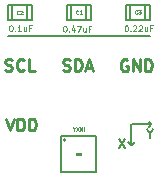
<source format=gto>
G04 (created by PCBNEW (2013-07-07 BZR 4022)-stable) date 8/6/2015 3:57:57 PM*
%MOIN*%
G04 Gerber Fmt 3.4, Leading zero omitted, Abs format*
%FSLAX34Y34*%
G01*
G70*
G90*
G04 APERTURE LIST*
%ADD10C,0.00590551*%
%ADD11C,0.0075*%
%ADD12C,0.00393701*%
%ADD13C,0.00295276*%
%ADD14C,0.00492126*%
%ADD15C,0.00984252*%
%ADD16C,0.005*%
%ADD17C,0.00125*%
%ADD18C,0.0024*%
G04 APERTURE END LIST*
G54D10*
G54D11*
X81129Y-58385D02*
X81129Y-58528D01*
X81029Y-58228D02*
X81129Y-58385D01*
X81229Y-58228D01*
X80090Y-58564D02*
X80290Y-58864D01*
X80290Y-58564D02*
X80090Y-58864D01*
G54D10*
X80504Y-58745D02*
X80608Y-58641D01*
G54D12*
X80395Y-58652D02*
X80395Y-58649D01*
G54D10*
X80494Y-58751D02*
X80395Y-58652D01*
X80495Y-58053D02*
X80495Y-58752D01*
X81150Y-58057D02*
X81073Y-58134D01*
X81146Y-58056D02*
X81079Y-57989D01*
X80501Y-58055D02*
X81144Y-58055D01*
G54D13*
X78593Y-58215D02*
X78593Y-58271D01*
X78554Y-58153D02*
X78593Y-58215D01*
X78633Y-58153D01*
X78661Y-58153D02*
X78740Y-58271D01*
X78740Y-58153D02*
X78661Y-58271D01*
X78785Y-58271D02*
X78785Y-58153D01*
X78852Y-58271D01*
X78852Y-58153D01*
X78908Y-58271D02*
X78908Y-58193D01*
X78908Y-58153D02*
X78903Y-58159D01*
X78908Y-58164D01*
X78914Y-58159D01*
X78908Y-58153D01*
X78908Y-58164D01*
G54D14*
X80319Y-54764D02*
X80337Y-54764D01*
X80356Y-54774D01*
X80365Y-54783D01*
X80375Y-54802D01*
X80384Y-54839D01*
X80384Y-54886D01*
X80375Y-54924D01*
X80365Y-54942D01*
X80356Y-54952D01*
X80337Y-54961D01*
X80319Y-54961D01*
X80300Y-54952D01*
X80290Y-54942D01*
X80281Y-54924D01*
X80272Y-54886D01*
X80272Y-54839D01*
X80281Y-54802D01*
X80290Y-54783D01*
X80300Y-54774D01*
X80319Y-54764D01*
X80469Y-54942D02*
X80478Y-54952D01*
X80469Y-54961D01*
X80459Y-54952D01*
X80469Y-54942D01*
X80469Y-54961D01*
X80553Y-54783D02*
X80562Y-54774D01*
X80581Y-54764D01*
X80628Y-54764D01*
X80647Y-54774D01*
X80656Y-54783D01*
X80665Y-54802D01*
X80665Y-54820D01*
X80656Y-54849D01*
X80544Y-54961D01*
X80665Y-54961D01*
X80740Y-54783D02*
X80750Y-54774D01*
X80769Y-54764D01*
X80815Y-54764D01*
X80834Y-54774D01*
X80844Y-54783D01*
X80853Y-54802D01*
X80853Y-54820D01*
X80844Y-54849D01*
X80731Y-54961D01*
X80853Y-54961D01*
X81022Y-54830D02*
X81022Y-54961D01*
X80937Y-54830D02*
X80937Y-54933D01*
X80947Y-54952D01*
X80965Y-54961D01*
X80994Y-54961D01*
X81012Y-54952D01*
X81022Y-54942D01*
X81181Y-54858D02*
X81115Y-54858D01*
X81115Y-54961D02*
X81115Y-54764D01*
X81209Y-54764D01*
X78269Y-54774D02*
X78288Y-54774D01*
X78307Y-54783D01*
X78316Y-54793D01*
X78326Y-54812D01*
X78335Y-54849D01*
X78335Y-54896D01*
X78326Y-54933D01*
X78316Y-54952D01*
X78307Y-54962D01*
X78288Y-54971D01*
X78269Y-54971D01*
X78251Y-54962D01*
X78241Y-54952D01*
X78232Y-54933D01*
X78223Y-54896D01*
X78223Y-54849D01*
X78232Y-54812D01*
X78241Y-54793D01*
X78251Y-54783D01*
X78269Y-54774D01*
X78419Y-54952D02*
X78429Y-54962D01*
X78419Y-54971D01*
X78410Y-54962D01*
X78419Y-54952D01*
X78419Y-54971D01*
X78597Y-54840D02*
X78597Y-54971D01*
X78551Y-54765D02*
X78504Y-54905D01*
X78626Y-54905D01*
X78682Y-54774D02*
X78813Y-54774D01*
X78729Y-54971D01*
X78972Y-54840D02*
X78972Y-54971D01*
X78888Y-54840D02*
X78888Y-54943D01*
X78897Y-54962D01*
X78916Y-54971D01*
X78944Y-54971D01*
X78963Y-54962D01*
X78972Y-54952D01*
X79132Y-54868D02*
X79066Y-54868D01*
X79066Y-54971D02*
X79066Y-54774D01*
X79160Y-54774D01*
X76469Y-54756D02*
X76488Y-54756D01*
X76507Y-54766D01*
X76516Y-54775D01*
X76526Y-54794D01*
X76535Y-54831D01*
X76535Y-54878D01*
X76526Y-54916D01*
X76516Y-54934D01*
X76507Y-54944D01*
X76488Y-54953D01*
X76469Y-54953D01*
X76451Y-54944D01*
X76441Y-54934D01*
X76432Y-54916D01*
X76423Y-54878D01*
X76423Y-54831D01*
X76432Y-54794D01*
X76441Y-54775D01*
X76451Y-54766D01*
X76469Y-54756D01*
X76619Y-54934D02*
X76629Y-54944D01*
X76619Y-54953D01*
X76610Y-54944D01*
X76619Y-54934D01*
X76619Y-54953D01*
X76816Y-54953D02*
X76704Y-54953D01*
X76760Y-54953D02*
X76760Y-54756D01*
X76741Y-54784D01*
X76723Y-54803D01*
X76704Y-54813D01*
X76985Y-54822D02*
X76985Y-54953D01*
X76901Y-54822D02*
X76901Y-54925D01*
X76910Y-54944D01*
X76929Y-54953D01*
X76957Y-54953D01*
X76976Y-54944D01*
X76985Y-54934D01*
X77144Y-54850D02*
X77079Y-54850D01*
X77079Y-54953D02*
X77079Y-54756D01*
X77172Y-54756D01*
G54D15*
X76305Y-57866D02*
X76437Y-58259D01*
X76568Y-57866D01*
X76699Y-58259D02*
X76699Y-57866D01*
X76793Y-57866D01*
X76849Y-57884D01*
X76886Y-57922D01*
X76905Y-57959D01*
X76924Y-58034D01*
X76924Y-58091D01*
X76905Y-58166D01*
X76886Y-58203D01*
X76849Y-58241D01*
X76793Y-58259D01*
X76699Y-58259D01*
X77093Y-58259D02*
X77093Y-57866D01*
X77186Y-57866D01*
X77243Y-57884D01*
X77280Y-57922D01*
X77299Y-57959D01*
X77318Y-58034D01*
X77318Y-58091D01*
X77299Y-58166D01*
X77280Y-58203D01*
X77243Y-58241D01*
X77186Y-58259D01*
X77093Y-58259D01*
X80359Y-55914D02*
X80321Y-55895D01*
X80265Y-55895D01*
X80209Y-55914D01*
X80172Y-55951D01*
X80153Y-55989D01*
X80134Y-56064D01*
X80134Y-56120D01*
X80153Y-56195D01*
X80172Y-56233D01*
X80209Y-56270D01*
X80265Y-56289D01*
X80303Y-56289D01*
X80359Y-56270D01*
X80378Y-56251D01*
X80378Y-56120D01*
X80303Y-56120D01*
X80546Y-56289D02*
X80546Y-55895D01*
X80771Y-56289D01*
X80771Y-55895D01*
X80959Y-56289D02*
X80959Y-55895D01*
X81053Y-55895D01*
X81109Y-55914D01*
X81146Y-55951D01*
X81165Y-55989D01*
X81184Y-56064D01*
X81184Y-56120D01*
X81165Y-56195D01*
X81146Y-56233D01*
X81109Y-56270D01*
X81053Y-56289D01*
X80959Y-56289D01*
X78222Y-56260D02*
X78278Y-56279D01*
X78372Y-56279D01*
X78410Y-56260D01*
X78428Y-56241D01*
X78447Y-56204D01*
X78447Y-56166D01*
X78428Y-56129D01*
X78410Y-56110D01*
X78372Y-56091D01*
X78297Y-56073D01*
X78260Y-56054D01*
X78241Y-56035D01*
X78222Y-55998D01*
X78222Y-55960D01*
X78241Y-55923D01*
X78260Y-55904D01*
X78297Y-55885D01*
X78391Y-55885D01*
X78447Y-55904D01*
X78616Y-56279D02*
X78616Y-55885D01*
X78710Y-55885D01*
X78766Y-55904D01*
X78803Y-55941D01*
X78822Y-55979D01*
X78841Y-56054D01*
X78841Y-56110D01*
X78822Y-56185D01*
X78803Y-56223D01*
X78766Y-56260D01*
X78710Y-56279D01*
X78616Y-56279D01*
X78991Y-56166D02*
X79178Y-56166D01*
X78953Y-56279D02*
X79085Y-55885D01*
X79216Y-56279D01*
X76291Y-56260D02*
X76347Y-56279D01*
X76441Y-56279D01*
X76478Y-56260D01*
X76497Y-56241D01*
X76516Y-56204D01*
X76516Y-56166D01*
X76497Y-56129D01*
X76478Y-56110D01*
X76441Y-56091D01*
X76366Y-56073D01*
X76328Y-56054D01*
X76309Y-56035D01*
X76291Y-55998D01*
X76291Y-55960D01*
X76309Y-55923D01*
X76328Y-55904D01*
X76366Y-55885D01*
X76459Y-55885D01*
X76516Y-55904D01*
X76909Y-56241D02*
X76891Y-56260D01*
X76834Y-56279D01*
X76797Y-56279D01*
X76741Y-56260D01*
X76703Y-56223D01*
X76684Y-56185D01*
X76666Y-56110D01*
X76666Y-56054D01*
X76684Y-55979D01*
X76703Y-55941D01*
X76741Y-55904D01*
X76797Y-55885D01*
X76834Y-55885D01*
X76891Y-55904D01*
X76909Y-55923D01*
X77266Y-56279D02*
X77078Y-56279D01*
X77078Y-55885D01*
G54D10*
X76377Y-55118D02*
X81102Y-55118D01*
X78149Y-58464D02*
X79330Y-58464D01*
X79330Y-58464D02*
X79330Y-59645D01*
X79330Y-59645D02*
X78149Y-59645D01*
X78149Y-59645D02*
X78149Y-58464D01*
X78149Y-58464D02*
X78149Y-58661D01*
X78307Y-58582D02*
G75*
G03X78307Y-58582I-39J0D01*
G74*
G01*
X78149Y-59055D02*
X78149Y-58858D01*
X78149Y-59055D02*
X78149Y-58464D01*
X78149Y-58464D02*
X79330Y-58464D01*
X79330Y-58464D02*
X79330Y-59055D01*
X79330Y-59055D02*
X79330Y-59645D01*
X79330Y-59645D02*
X78149Y-59645D01*
X78149Y-59645D02*
X78149Y-59055D01*
G54D16*
X76521Y-54580D02*
X76521Y-54080D01*
X77021Y-54580D02*
X77021Y-54090D01*
X77171Y-54580D02*
X76371Y-54580D01*
X76371Y-54580D02*
X76371Y-54080D01*
X76371Y-54080D02*
X77171Y-54080D01*
X77171Y-54080D02*
X77171Y-54580D01*
X80958Y-54080D02*
X80958Y-54580D01*
X80458Y-54080D02*
X80458Y-54570D01*
X80308Y-54080D02*
X81108Y-54080D01*
X81108Y-54080D02*
X81108Y-54580D01*
X81108Y-54580D02*
X80308Y-54580D01*
X80308Y-54580D02*
X80308Y-54080D01*
X78990Y-54080D02*
X78990Y-54580D01*
X78490Y-54080D02*
X78490Y-54570D01*
X78340Y-54080D02*
X79140Y-54080D01*
X79140Y-54080D02*
X79140Y-54580D01*
X79140Y-54580D02*
X78340Y-54580D01*
X78340Y-54580D02*
X78340Y-54080D01*
G54D17*
X78653Y-59075D02*
X78653Y-59025D01*
X78669Y-59060D01*
X78686Y-59025D01*
X78686Y-59075D01*
X78707Y-59060D02*
X78731Y-59060D01*
X78703Y-59075D02*
X78719Y-59025D01*
X78736Y-59075D01*
X78779Y-59027D02*
X78774Y-59025D01*
X78767Y-59025D01*
X78760Y-59027D01*
X78755Y-59032D01*
X78753Y-59037D01*
X78750Y-59046D01*
X78750Y-59053D01*
X78753Y-59063D01*
X78755Y-59068D01*
X78760Y-59072D01*
X78767Y-59075D01*
X78772Y-59075D01*
X78779Y-59072D01*
X78781Y-59070D01*
X78781Y-59053D01*
X78772Y-59053D01*
X78829Y-59075D02*
X78800Y-59075D01*
X78815Y-59075D02*
X78815Y-59025D01*
X78810Y-59032D01*
X78805Y-59037D01*
X78800Y-59039D01*
G54D18*
X76754Y-54386D02*
X76748Y-54392D01*
X76731Y-54397D01*
X76720Y-54397D01*
X76703Y-54392D01*
X76692Y-54380D01*
X76686Y-54369D01*
X76681Y-54347D01*
X76681Y-54330D01*
X76686Y-54307D01*
X76692Y-54296D01*
X76703Y-54285D01*
X76720Y-54279D01*
X76731Y-54279D01*
X76748Y-54285D01*
X76754Y-54291D01*
X76799Y-54291D02*
X76804Y-54285D01*
X76816Y-54279D01*
X76844Y-54279D01*
X76855Y-54285D01*
X76861Y-54291D01*
X76866Y-54302D01*
X76866Y-54313D01*
X76861Y-54330D01*
X76793Y-54397D01*
X76866Y-54397D01*
X80690Y-54365D02*
X80684Y-54371D01*
X80667Y-54376D01*
X80656Y-54376D01*
X80639Y-54371D01*
X80628Y-54359D01*
X80622Y-54348D01*
X80617Y-54326D01*
X80617Y-54309D01*
X80622Y-54286D01*
X80628Y-54275D01*
X80639Y-54264D01*
X80656Y-54258D01*
X80667Y-54258D01*
X80684Y-54264D01*
X80690Y-54270D01*
X80729Y-54258D02*
X80802Y-54258D01*
X80763Y-54303D01*
X80780Y-54303D01*
X80791Y-54309D01*
X80797Y-54314D01*
X80802Y-54326D01*
X80802Y-54354D01*
X80797Y-54365D01*
X80791Y-54371D01*
X80780Y-54376D01*
X80746Y-54376D01*
X80735Y-54371D01*
X80729Y-54365D01*
X78721Y-54371D02*
X78715Y-54377D01*
X78698Y-54382D01*
X78687Y-54382D01*
X78670Y-54377D01*
X78659Y-54365D01*
X78653Y-54354D01*
X78648Y-54332D01*
X78648Y-54315D01*
X78653Y-54292D01*
X78659Y-54281D01*
X78670Y-54270D01*
X78687Y-54264D01*
X78698Y-54264D01*
X78715Y-54270D01*
X78721Y-54276D01*
X78833Y-54382D02*
X78766Y-54382D01*
X78800Y-54382D02*
X78800Y-54264D01*
X78788Y-54281D01*
X78777Y-54292D01*
X78766Y-54298D01*
M02*

</source>
